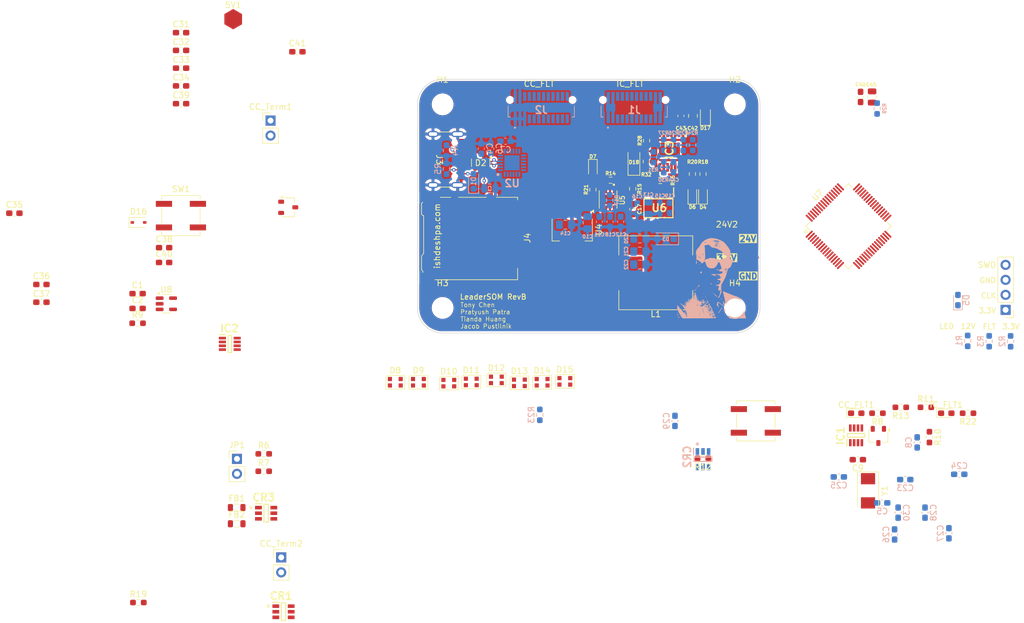
<source format=kicad_pcb>
(kicad_pcb (version 20241229) (generator "pcbnew") (generator_version "9.0")
  (layers (0 "F.Cu" signal) (4 "In1.Cu" signal) (6 "In2.Cu" signal) (2 "B.Cu" signal) (13 "F.Paste" user) (15 "B.Paste" user) (5 "F.SilkS" user "F.Silkscreen") (7 "B.SilkS" user "B.Silkscreen") (1 "F.Mask" user) (3 "B.Mask" user) (25 "Edge.Cuts" user))
  (net 0 "")
  (net 1 "Net-(CC_FLT1-A)")
  (net 2 "Net-(U6-SS)")
  (net 3 "Net-(U6-COMP)")
  (net 4 "Net-(C17-Pad2)")
  (net 5 "Net-(U6-BOOT)")
  (net 6 "Net-(D3-K)")
  (net 7 "/MCU/OSC_OUT")
  (net 8 "+5V")
  (net 10 "+24V")
  (net 11 "/24V_Ext")
  (net 12 "+3V3A")
  (net 13 "/MCU/OSC_IN")
  (net 14 "Net-(IC_FLT1-A)")
  (net 15 "/USB/D+")
  (net 16 "/USB/D-")
  (net 17 "GNDA")
  (net 18 "GND")
  (net 19 "VBUS")
  (net 20 "+3V3")
  (net 21 "/MCU/NRST")
  (net 22 "/USB/CC2")
  (net 23 "/USB/CC1")
  (net 24 "Net-(IC3-DVDT)")
  (net 25 "+5V_BUCK")
  (net 26 "Net-(CC_Term1-A)")
  (net 27 "/AddressableLED")
  (net 28 "/IMON")
  (net 29 "/USB/VBUS_IN")
  (net 30 "/Power_Distribution/FAULT")
  (net 31 "/Power_Distribution/STAT")
  (net 32 "/CarCAN/CARCAN_Fault")
  (net 33 "/InternalCAN/ICAN_Fault")
  (net 34 "/Power_Distribution/Power Protection/RTN")
  (net 35 "/MCU/IntCAN_L")
  (net 36 "Net-(CC_Term2-A)")
  (net 37 "/MCU/CarCAN_L")
  (net 38 "/MCU/SPI1_SCK")
  (net 39 "/MCU/SPI1_MISO")
  (net 40 "/Power_Distribution/ROSC")
  (net 41 "/Power_Distribution/ILIM")
  (net 42 "/MCU/SPI1_MOSI")
  (net 43 "/MCU/SPI1_NSS")
  (net 44 "/MCU/SPI3_MISO{slash}TIM3_CH1{slash}USART2_RX")
  (net 45 "/MCU/SPI3_MOSI{slash}TIM3_CH2{slash}TIM17_CH1")
  (net 46 "/MCU/SPI3_NSS{slash}TIM1_CH3{slash}COMP6_OUT")
  (net 47 "/MCU/SPI3_SCK{slash}TIM2_CH2{slash}USART2_TX")
  (net 48 "/MCU/SPI2_MISO{slash}ADC1_IN5{slash}TIM1_CH2N")
  (net 49 "/MCU/SPI2_MOSI{slash}ADC2_IN15{slash}TIM1_CH3N")
  (net 50 "/MCU/SPI2_SCK{slash}OPAMP3_VINP{slash}FDCAN2_TX")
  (net 51 "/MCU/SPI2_NSS{slash}TIM4_CH4{slash}COMP2_OUT")
  (net 52 "Net-(D4-A)")
  (net 53 "Net-(D5-A)")
  (net 54 "Net-(D6-A)")
  (net 55 "Net-(D7-A)")
  (net 56 "Net-(D8-DOUT)")
  (net 57 "Net-(D10-DIN)")
  (net 58 "Net-(D10-DOUT)")
  (net 59 "Net-(D11-DOUT)")
  (net 60 "Net-(D12-DOUT)")
  (net 61 "Net-(D13-DOUT)")
  (net 62 "Net-(D14-DOUT)")
  (net 64 "/MCU/BOOT")
  (net 65 "/MCU/FDCAN3_TX")
  (net 66 "/MCU/IntCAN_H")
  (net 67 "/MCU/FDCAN3_RX")
  (net 69 "/MCU/FDCAN1_TX")
  (net 70 "/MCU/CarCAN_H")
  (net 71 "/MCU/FDCAN1_RX")
  (net 72 "/Power_Distribution/Power Protection/MODE")
  (net 73 "Net-(IC3-ILIM)")
  (net 74 "/Power_Distribution/Power Protection/SHDN")
  (net 75 "/Power_Distribution/Power Protection/OVP")
  (net 78 "/Power_Distribution/Power Protection/IMON")
  (net 79 "/Power_Distribution/Power Protection/UVLO")
  (net 80 "/MCU/UART5_TX{slash}TIM5_CH2")
  (net 81 "/MCU/UART4_TX{slash}TIM8_CH1N")
  (net 82 "/MCU/UART4_RX{slash}TIM8_CH2N")
  (net 83 "/MCU/ADC1_IN6{slash}TIM1_CH1{slash}COMP3_INM")
  (net 84 "/MCU/UART5_RX")
  (net 85 "/MCU/I2C4_SCL{slash}TIM3_CH1")
  (net 86 "/MCU/I2C3_SCL{slash}TIM3_CH3")
  (net 87 "/MCU/I2C3_SDA{slash}TIM3_CH4")
  (net 88 "/MCU/I2C4_SDA{slash}TIM3_CH2")
  (net 89 "/MCU/ADC1_IN7{slash}TIM1_CH2{slash}COMP3_INP")
  (net 90 "/MCU/ADC1_IN12{slash}TIM1_CH3N{slash}COMP1_INP")
  (net 91 "/MCU/USART3_TX{slash}OPAMP3_VINM{slash}TIM2_CH3")
  (net 92 "/MCU/ADC1_IN15{slash}TIM1_CH2N{slash}COMP4_INP")
  (net 93 "/MCU/OPAMP5_VINM{slash}ADC1_IN4{slash}TIM2_CH4")
  (net 94 "/MCU/ADC1_IN1{slash}TIM2_CH1{slash}COMP1_OUT")
  (net 95 "/MCU/ADC1_IN2{slash}TIM2_CH2{slash}COMP1_INP")
  (net 96 "/MCU/ADC1_IN8{slash}TIM1_CH3{slash}COMP3_OUT")
  (net 97 "/MCU/USART3_RX{slash}ADC1_IN14{slash}TIM2_CH4")
  (net 98 "/MCU/ADC1_IN11{slash}COMP7_INM{slash}FDCAN2_RX")
  (net 99 "/MCU/ADC2_IN12{slash}TIM5_CH1{slash}COMP4_INM")
  (net 100 "/MCU/ADC1_IN3{slash}TIM2_CH3{slash}COMP2_INM")
  (net 101 "/MCU/SDC_DET")
  (net 102 "/MCU/USB_UART1_TX")
  (net 103 "/MCU/USB_UART1_RX")
  (net 104 "Net-(U2-VBUS)")
  (net 105 "Net-(U2-~{RST})")
  (net 106 "/MCU/BOOT_GPIO")
  (net 107 "Net-(R23-Pad1)")
  (net 108 "Net-(SW1-B)")
  (net 109 "/MCU/SWDIO")
  (net 110 "/MCU/SWCLK")
  (net 129 "/MCU/FDCAN2_TX")
  (net 130 "/MCU/FDCAN2_RX")
  (net 135 "Net-(J4-DAT0)")
  (footprint "UTSVT_ICs:CDSOT23-T24CAN" (layer "F.Cu") (at 213.05 138.45 -90)
    (property "Reference" "U3" (hide yes))
    (property "Value" "CDSOT23-T24CAN")
  )
  (footprint "LED_SMD:LED_WS2812B-2020_PLCC4_2.0x2.0mm" (layer "F.Cu") (at 159.95 129.2)
    (property "Reference" "D15")
    (property "Value" "WS2812B-2020")
  )
  (footprint "Resistor_SMD:R_0603_1608Metric_Pad0.98x0.95mm_HandSolder" (layer "F.Cu") (at 212.9 134.6 180)
    (property "Reference" "R8")
    (property "Value" "1k")
  )
  (footprint "Package_TO_SOT_SMD:SOT-223-3_TabPin2" (layer "F.Cu") (at 161.2 103.5 -90)
    (property "Reference" "U4")
    (property "Value" "LT1963AEST-3.3#TRPBF")
  )
  (footprint "Capacitor_SMD:C_0603_1608Metric_Pad1.08x0.95mm_HandSolder" (layer "F.Cu") (at 94.955 76.11)
    (property "Reference" "C33")
    (property "Value" "26p")
  )
  (footprint "UTSVT_ICs:D5V0P4UR6SO-7" (layer "F.Cu") (at 109.36 151.55)
    (property "Reference" "CR3")
    (property "Value" "D5V0P4UR6SO-7" (hide yes))
  )
  (footprint "Crystal:Crystal_SMD_Abracon_ABM3-2Pin_5.0x3.2mm" (layer "F.Cu") (at 211.3 147.75 -90)
    (property "Reference" "Y1")
    (property "Value" "8M")
  )
  (footprint "Capacitor_SMD:C_0603_1608Metric_Pad1.08x0.95mm_HandSolder" (layer "F.Cu") (at 94.955 73.1)
    (property "Reference" "C32")
    (property "Value" "100nF")
  )
  (footprint "LED_SMD:LED_0603_1608Metric_Pad1.05x0.95mm_HandSolder" (layer "F.Cu") (at 164.7 93.25 -90)
    (property "Reference" "D7")
    (property "Value" "BUCK")
  )
  (footprint "Resistor_SMD:R_0603_1608Metric_Pad0.98x0.95mm_HandSolder" (layer "F.Cu") (at 173.8 88.4 -90)
    (property "Reference" "R28")
    (property "Value" "10K")
  )
  (footprint "Resistor_SMD:R_0603_1608Metric_Pad0.98x0.95mm_HandSolder" (layer "F.Cu") (at 167.7 95.1)
    (property "Reference" "R14")
    (property "Value" "332")
  )
  (footprint "Capacitor_SMD:C_0603_1608Metric_Pad1.08x0.95mm_HandSolder" (layer "F.Cu") (at 209.575 142.475 180)
    (property "Reference" "C9")
    (property "Value" "1u")
  )
  (footprint "Package_TO_SOT_SMD:SOT-143" (layer "F.Cu") (at 145.7 92.15 -90)
    (property "Reference" "D2")
    (property "Value" "SP0503BAHT")
  )
  (footprint "UTSVT_Power:LM76202QPWPRQ1" (layer "F.Cu") (at 177.675 89.988 -90)
    (property "Reference" "IC3")
    (property "Value" "LM76202QPWPRQ1" (hide yes))
  )
  (footprint "Resistor_SMD:R_0603_1608Metric_Pad0.98x0.95mm_HandSolder" (layer "F.Cu") (at 216.85 133.6 180)
    (property "Reference" "R13")
    (property "Value" "49.9")
  )
  (footprint "MountingHole:MountingHole_3.2mm_M3" (layer "F.Cu") (at 188.75 116.75)
    (property "Reference" "H4")
    (property "Value" "M.3")
  )
  (footprint "Resistor_SMD:R_0603_1608Metric_Pad0.98x0.95mm_HandSolder" (layer "F.Cu") (at 176.1 95.15)
    (property "Reference" "R16")
    (property "Value" "ROSC")
  )
  (footprint "Resistor_SMD:R_0603_1608Metric_Pad0.98x0.95mm_HandSolder" (layer "F.Cu") (at 228.2375 134.6 180)
    (property "Reference" "R22")
    (property "Value" "10k")
  )
  (footprint "Capacitor_SMD:C_0603_1608Metric_Pad1.08x0.95mm_HandSolder" (layer "F.Cu") (at 66.71975 100.698059)
    (property "Reference" "C35")
    (property "Value" "100nF")
  )
  (footprint "Connector_PinHeader_2.54mm:PinHeader_1x02_P2.54mm_Vertical" (layer "F.Cu") (at 110.105 85)
    (property "Reference" "CC_Term1")
    (property "Value" "Jumper_2_Open")
  )
  (footprint "Resistor_SMD:R_0603_1608Metric_Pad0.98x0.95mm_HandSolder" (layer "F.Cu") (at 173.75 91.95 -90)
    (property "Reference" "R32")
    (property "Value" "100k")
  )
  (footprint "LED_SMD:LED_WS2812B-2020_PLCC4_2.0x2.0mm" (layer "F.Cu") (at 152.25 129.45)
    (property "Reference" "D13")
    (property "Value" "WS2812B-2020")
  )
  (footprint "UTSVT_ICs:TCAN337DCNR" (layer "F.Cu") (at 209.275 138.35 90)
    (property "Reference" "IC1")
    (property "Value" "TCAN337DCNR" (hide yes))
  )
  (footprint "Diode_SMD:D_SOD-323" (layer "F.Cu") (at 183.75 84.2 90)
    (property "Reference" "D17")
    (property "Value" "SD12_SOD323")
  )
  (footprint "Resistor_SMD:R_0603_1608Metric_Pad0.98x0.95mm_HandSolder" (layer "F.Cu") (at 221.1 133.6)
    (property "Reference" "R11")
    (property "Value" "2.2k")
  )
  (footprint "Capacitor_SMD:C_0603_1608Metric_Pad1.08x0.95mm_HandSolder" (layer "F.Cu") (at 92.07975 106.538059)
    (property "Reference" "C38")
    (property "Value" "100nF")
  )
  (footprint "Capacitor_SMD:C_0603_1608Metric_Pad1.08x0.95mm_HandSolder" (layer "F.Cu") (at 114.655 73.33)
    (property "Reference" "C41")
    (property "Value" "0.1u")
  )
  (footprint "LED_SMD:LED_WS2812B-2020_PLCC4_2.0x2.0mm" (layer "F.Cu") (at 131.235 129.35)
    (property "Reference" "D8")
    (property "Value" "WS2812B-2020")
  )
  (footprint "Capacitor_SMD:C_0603_1608Metric_Pad1.08x0.95mm_HandSolder" (layer "F.Cu") (at 87.58975 114.328059)
    (property "Reference" "C1")
    (property "Value" "100nF")
  )
  (footprint "SD_CARD:microSD_HC_Hirose_DM3AT-SF-PEJM5" (layer "F.Cu") (at 144.075 104.975 -90)
    (property "Reference" "J4")
    (property "Value" "Micro_SD_Card_Det")
  )
  (footprint "Capacitor_SMD:C_0805_2012Metric" (layer "F.Cu") (at 181.65 84.2 90)
    (property "Reference" "C42")
    (property "Value" "10u")
  )
  (footprint "LED_SMD:LED_WS2812B-2020_PLCC4_2.0x2.0mm" (layer "F.Cu") (at 144.1 129.3)
    (property "Reference" "D11")
    (property "Value" "WS2812B-2020")
  )
  (footprint "Resistor_SMD:R_0603_1608Metric_Pad0.98x0.95mm_HandSolder" (layer "F.Cu") (at 108.9507 144.437)
    (property "Reference" "R7")
    (property "Value" "47.5k")
  )
  (footprint "Resistor_SMD:R_0603_1608Metric_Pad0.98x0.95mm_HandSolder" (layer "F.Cu") (at 181.55 94.05 -90)
    (property "Reference" "R20")
    (property "Value" "4.3k")
  )
  (footprint "Resistor_SMD:R_0603_1608Metric_Pad0.98x0.95mm_HandSolder" (layer "F.Cu") (at 87.58975 119.348059)
    (property "Reference" "R9")
    (property "Value" "10k")
  )
  (footprint "UTSVT_Special:TestPoint_HEX_3mmID" (layer "F.Cu") (at 191.1 108.2 90)
    (property "Reference" "3.3V1" (hide yes))
    (property "Value" "TestPoint")
  )
  (footprint "Capacitor_SMD:C_0603_1608Metric_Pad1.08x0.95mm_HandSolder" (layer "F.Cu") (at 87.58975 116.838059)
    (property "Reference" "C2")
    (property "Value" "1u")
  )
  (footprint "Resistor_SMD:R_0603_1608Metric_Pad0.98x0.95mm_HandSolder" (layer "F.Cu") (at 108.9507 141.487)
    (property "Reference" "R6")
    (property "Value" "22.1k")
  )
  (footprint "Diode_SMD:D_SOD-323" (layer "F.Cu") (at 87.74475 102.258059)
    (property "Reference" "D16")
    (property "Value" "D_TVS")
  )
  (footprint "UTSVT_ICs:TCAN337DCNR" (layer "F.Cu") (at 103.205 122.845)
    (property "Reference" "IC2")
    (property "Value" "TCAN337DCNR" (hide yes))
  )
  (footprint "Package_QFP:LQFP-64_10x10mm_P0.5mm" (layer "F.Cu") (at 208 102.9 45)
    (property "Reference" "U7")
    (property "Value" "STM32G473RETx")
  )
  (footprint "UTSVT_ICs:D5V0P4UR6SO-7" (layer "F.Cu") (at 112.3 168.25)
    (property "Reference" "CR1")
    (property "Value" "D5V0P4UR6SO-7" (hide yes))
  )
  (footprint "Capacitor_SMD:C_0603_1608Metric_Pad1.08x0.95mm_HandSolder" (layer "F.Cu") (at 92.07975 109.048059)
    (property "Reference" "C40")
    (property "Value" "100nF")
  )
  (footprint "LED_SMD:LED_WS2812B-2020_PLCC4_2.0x2.0mm" (layer "F.Cu") (at 148.35 128.95)
    (property "Reference" "D12")
    (property "Value" "WS2812B-2020")
  )
  (footprint "LED_SMD:LED_0603_1608Metric_Pad1.05x0.95mm_HandSolder" (layer "F.Cu") (at 183.35 97.5 90)
    (property "Reference" "D4")
    (property "Value" "24V")
  )
  (footprint "Diode_SMD:D_SOD-123F" (layer "F.Cu") (at 171.65 92.05 90)
    (property "Reference" "D18")
    (property "Value" "TVS")
  )
  (footprint "UTSVT_Connectors:USB_C_Receptacle_GCT_USB4105-xx-A_16P_TopMnt_Horizontal" (layer "F.Cu") (at 138.7 91.6 -90)
    (property "Reference" "J3")
    (property "Value" "USB_C_Receptacle_USB2.0_16P")
  )
  (footprint "Resistor_SMD:R_0603_1608Metric_Pad0.98x0.95mm_HandSolder" (layer "F.Cu") (at 171.45 96.5625 90)
    (property "Reference" "R15")
    (property "Value" "16k")
  )
  (footprint "Capacitor_SMD:C_0603_1608Metric_Pad1.08x0.95mm_HandSolder" (layer "F.Cu") (at 210.0375 80.9875 90)
    (property "Reference" "C46")
    (property "Value" "1u")
  )
  (footprint "Capacitor_SMD:C_0603_1608Metric_Pad1.08x0.95mm_HandSolder" (layer "F.Cu") (at 179.6 84.2 90)
    (property "Reference" "C43")
    (property "Value" "1u")
  )
  (footprint "Resistor_SMD:R_0603_1608Metric_Pad0.98x0.95mm_HandSolder" (layer "F.Cu") (at 221.7 138.65 -90)
    (property "Reference" "R10")
    (property "Value" "120")
  )
  (footprint "Connector_PinHeader_2.54mm:PinHeader_1x04_P2.54mm_Vertical" (layer "F.Cu") (at 234.6 117.079999 180)
    (property "Reference" "SWD1" (hide yes))
    (property "Value" "SWD")
  )
  (footprint "Resistor_SMD:R_0603_1608Metric_Pad0.98x0.95mm_HandSolder" (layer "F.Cu") (at 183.35 94.05 -90)
    (property "Reference" "R18")
    (property "Value" "4.3k")
  )
  (footprint "LED_SMD:LED_0603_1608Metric_Pad1.05x0.95mm_HandSolder" (layer "F.Cu") (at 181.55 97.5 90)
    (property "Reference" "D6")
    (property "Value" "PFLT")
  )
  (footprint "UTSVT_Logos:LHRs_LOGO" (layer "F.Cu") (at 158.219845 118.94961)
    (property "Reference" "LOGO2" (hide yes))
    (property "Value" "LHRs" (hide yes))
  )
  (footprint "MountingHole:MountingHole_3.2mm_M3" (layer "F.Cu") (at 139.25 82.25)
    (property "Reference" "H1")
    (property "Value" "M.3")
  )
  (footprint "Capacitor_SMD:C_0603_1608Metric_Pad1.08x0.95mm_HandSolder" (layer "F.Cu") (at 94.955 82.13)
    (property "Reference" "C39")
    (property "Value" "100nF")
  )
  (footprint "Capacitor_SMD:C_0603_1608Metric_Pad1.08x0.95mm_HandSolder" (layer "F.Cu") (at 71.29975 115.788059)
    (property "Reference" "C37")
    (property "Value" "100nF")
  )
  (footprint "Package_TO_SOT_SMD:SOT-23-5" (layer "F.Cu") (at 92.45695 116.049559)
    (property "Reference" "U8")
    (property "Value" "74AHC1G32")
  )
  (footprint "MountingHole:MountingHole_3.2mm_M3" (layer "F.Cu") (at 188.75 82.25)
    (property "Reference" "H2")
    (property "Value" "M.3")
  )
  (footprint "Button_Switch_SMD:SW_SPST_B3SL-1002P" (layer "F.Cu") (at 192.3 135.9)
    (property "Reference" "Reset1" (hide yes))
    (property "Value" "Reset")
  )
  (footprint "LED_SMD:LED_0603_1608Metric_Pad1.05x0.95mm_HandSolder" (layer "F.Cu") (at 224.55 134.6)
    (property "Reference" "IC_FLT1")
    (property "Value" "LED")
  )
  (footprint "Resistor_SMD:R_0603_1608Metric_Pad0.98x0.95mm_HandSolder" (layer "F.Cu") (at 183.3375 142.25 180)
    (property "Reference" "R12")
    (property "Value" "10k")
  )
  (footprint "Capacitor_SMD:C_0603_1608Metric_Pad1.08x0.95mm_HandSolder" (layer "F.Cu") (at 171.45 100.0125 90)
    (property "Reference" "C17")
    (property "Value" "3.3nF")
  )
  (footprint "LED_SMD:LED_0603_1608Metric_Pad1.05x0.95mm_HandSolder" (layer "F.Cu") (at 209.3 134.6)
    (property "Reference" "CC_FLT1")
    (property "Value" "LED")
  )
  (footprint "MountingHole:MountingHole_3.2mm_M3" (layer "F.Cu") (at 139.25 116.75)
    (property "Reference" "H3")
    (property "Value" "M.3")
  )
  (footprint "Capacitor_SMD:C_0603_1608Metric_Pad1.08x0.95mm_HandSolder" (layer "F.Cu") (at 71.29975 112.778059)
    (property "Reference" "C36")
    (property "Value" "100nF")
  )
  (footprint "Inductor_SMD:L_Coilcraft_MSS1246-XXX" (layer "F.Cu") (at 175.35 110.8 180)
    (property "Reference" "L1")
    (property "Value" "100uH")
  )
  (footprint "UTSVT_Special:SW_SPST_B3SL-1002P" (layer "F.Cu") (at 94.92975 101.108059)
    (property "Reference" "SW1")
    (property "Value" "SW_SPDT" (hide yes))
  )
  (footprint "Connector_PinHeader_2.54mm:PinHeader_1x02_P2.54mm_Vertical" (layer "F.Cu") (at 104.4207 142.337)
    (property "Reference" "JP1")
    (property "Value" "CC_TX_RX")
  )
  (footprint "LED_SMD:LED_WS2812B-2020_PLCC4_2.0x2.0mm" (layer "F.Cu") (at 135.15 129.35)
    (property "Reference" "D9")
    (property "Value" "WS2812B-2020")
  )
  (footprint "Capacitor_SMD:C_0805_2012Metric" (layer "F.Cu") (at 211.9875 81 90)
    (property "Reference" "C45")
    (property "Value" "10u")
  )
  (footprint "TPS2115ABDR:SON65P300X300X100-9N" (layer "F.Cu") (at 167.275 98.365 -90)
    (property "Reference" "U5")
    (property "Value" "TPS2115ADRBR")
  )
  (footprint "Inductor_SMD:L_0805_2012Metric" (layer "F.Cu") (at 104.3707 153.337)
    (property "Reference" "FB2")
    (property "Value" "FerriteBead")
  )
  (footprint "LED_SMD:LED_WS2812B-2020_PLCC4_2.0x2.0mm" (layer "F.Cu") (at 140.3 129.5)
    (property "Reference" "D10")
    (property "Value" "WS2812B-2020")
  )
  (footprint "Resistor_SMD:R_0603_1608Metric_Pad0.98x0.95mm_HandSolder" (layer "F.Cu") (at 164.7 96.7 90)
    (property "Reference" "R21")
    (property "Value" "768")
  )
  (footprint "UTSVT_Special:TestPoint_HEX_3mmID" (layer "F.Cu") (at 187.55 111.4 90)
    (property "Reference" "GND1" (hide yes))
    (property "Value" "TestPoint")
  )
  (footprint "Connector_PinHeader_2.54mm:PinHeader_1x02_P2.54mm_Vertical" (layer "F.Cu") (at 111.9107 159.037)
    (property "Reference" "CC_Term2")
    (property "Value" "Jumper_2_Open")
  )
  (footprint "Resistor_SMD:R_0603_1608Metric_Pad0.98x0.95mm_HandSolder" (layer "F.Cu") (at 87.7207 166.687)
    (property "Reference" "R19")
    (property "Value" "120")
  )
  (footprint "UTSVT_Power:TPS5405DR" (layer "F.Cu") (at 175.8 99.85 -90)
    (property "Reference" "U6")
    (property "Value" "TPS5405DR" (hide yes))
  )
  (footprint "LED_SMD:LED_WS2812B-2020_PLCC4_2.0x2.0mm" (layer "F.Cu") (at 156.1 129.35)
    (property "Reference" "D14")
    (property "Value" "WS2812B-2020")
  )
  (footprint "Capacitor_SMD:C_0603_1608Metric_Pad1.08x0.95mm_HandSolder" (layer "F.Cu") (at 94.955 70.09)
    (property "Reference" "C31")
    (property "Value" "26p")
  )
  (footprint "UTSVT_Special:TestPoint_HEX_3mmID" (layer "F.Cu") (at 187.4 105)
    (property "Reference" "24V2")
    (property "Value" "TestPoint" (hide yes))
  )
  (footprint "Capacitor_SMD:C_0603_1608Metric_Pad1.08x0.95mm_HandSolder" (layer "F.Cu") (at 94.955 79.12)
    (property "Reference" "C34")
    (property "Value" "4.7uF")
  )
  (footprint "Inductor_SMD:L_0805_2012Metric" (layer "F.Cu") (at 104.3707 150.587)
    (property "Reference" "FB1")
    (property "Value" "FerriteBead")
  )
  (footprint "UTSVT_ICs:CDSOT23-T24CAN" (layer "F.Cu") (at 113.1 99.7)
    (property "Reference" "U1" (hide yes))
    (property "Value" "CDSOT23-T24CAN")
  )
  (footprint "UTSVT_Special:TestPoint_HEX_3mmID" (layer "F.Cu") (at 103.78 67.807051)
    (property "Reference" "5V1")
    (property "Value" "TestPoint")
  )
  (footprint "Capacitor_SMD:C_0603_1608Metric_Pad1.08x0.95mm_HandSolder" (layer "B.Cu") (at 177.7 99.8 -90)
    (property "Reference" "C19")
    (property "Value" "0.1uF")
  )
  (footprint "LED_SMD:LED_0603_1608Metric_Pad1.05x0.95mm_HandSolder" (layer "B.Cu") (at 226.5245 115.425 90)
    (property "Reference" "D5")
    (property "Value" "3V3")
  )
  (footprint "Resistor_SMD:R_0603_1608Metric_Pad0.98x0.95mm_HandSolder" (layer "B.Cu") (at 176.7 92.9 90)
    (property "Reference" "R30")
    (property "Value" "8K")
  )
  (footprint "Capacitor_SMD:C_0603_1608Metric_Pad1.08x0.95mm_HandSolder" (layer "B.Cu") (at 206.355 145.4)
    (property "Reference" "C25")
    (property "Value" "100nF")
  )
  (footprint "Capacitor_SMD:C_0603_1608Metric_Pad1.08x0.95mm_HandSolder" (layer "B.Cu") (at 172.2 99.9 -90)
    (property "Reference" "C16")
    (property "Value" "10nF")
  )
  (footprint "Capacitor_SMD:C_0805_2012Metric_Pad1.18x1.45mm_HandSolder" (layer "B.Cu") (at 172.65 105)
    (property "Reference" "C20")
    (property "Value" "10uF")
  )
  (footprint "Capacitor_SMD:C_0603_1608Metric_Pad1.08x0.95mm_HandSolder" (layer "B.Cu") (at 217.6 145.85)
    (property "Reference" "C23")
    (property "Value" "100nF")
  )
  (footprint "Resistor_SMD:R_0603_1608Metric_Pad0.98x0.95mm_HandSolder" (layer "B.Cu") (at 181.6 89.15 -90)
    (property "Reference" "R24")
    (property "Value" "45.3k")
  )
  (footprint "Capacitor_SMD:C_0603_1608Metric_Pad1.08x0.95mm_HandSolder" (layer "B.Cu") (at 219.625 139.55 -90)
    (property "Reference" "C8")
    (property "Value" "100nF")
  )
  (footprint "UTSVT_Logos:Hallock_Image_Tiny" (layer "B.Cu") (at 185.277069 111.544857 180)
    (property "Reference" "LOGO1" (hide yes))
    (property "Value" "Dr. Hallock" (hide yes))
  )
  (footprint "Capacitor_SMD:C_0603_1608Metric_Pad1.08x0.95mm_HandSolder" (layer "B.Cu") (at 216.4 151.45 90)
    (property "Reference" "C30")
    (property "Value" "100nF")
  )
  (footprint "UTSVT_Connectors:524652470" (layer "B.Cu") (at 171.7 82.8 180)
    (property "Reference" "J1")
    (property "Value" "52465-2470" (hide yes))
  )
  (footprint "Resistor_SMD:R_0603_1608Metric_Pad0.98x0.95mm_HandSolder" (layer "B.Cu") (at 231.815 122.4 -90)
    (property "Reference" "R3")
    (property "Value" "2.2k")
  )
  (footprint "Capacitor_SMD:C_0805_2012Metric" (layer "B.Cu") (at 147.25 96.5 180)
    (property "Reference" "C3")
    (property "Value" "10uF")
  )
  (footprint "Capacitor_SMD:C_0805_2012Metric_Pad1.18x1.45mm_HandSolder" (layer "B.Cu") (at 172.65 107.2)
    (property "Reference" "C21")
    (property "Value" "10uF")
  )
  (footprint "Resistor_SMD:R_0603_1608Metric_Pad0.98x0.95mm_HandSolder" (layer "B.Cu") (at 176.7 89.15 -90)
    (property "Reference" "R27")
    (property "Value" "402k")
  )
  (footprint "Capacitor_SMD:C_0603_1608Metric_Pad1.08x0.95mm_HandSolder" (layer "B.Cu") (at 147.4 89.75 90)
    (property "Reference" "C6")
    (property "Value" "0.1uF")
  )
  (footprint "Resistor_SMD:R_0603_1608Metric_Pad0.98x0.95mm_HandSolder" (layer "B.Cu") (at 139.9 93.175 -90)
    (property "Reference" "R5")
    (property "Value" "5.1k")
  )
  (footprint "Resistor_SMD:R_0603_1608Metric_Pad0.98x0.95mm_HandSolder" (layer "B.Cu") (at 155.7125 134.875 -90)
    (property "Reference" "R23")
    (property "Value" "10k")
  )
  (footprint "Resistor_SMD:R_0603_1608Metric_Pad0.98x0.95mm_HandSolder" (layer "B.Cu") (at 139.9 90.075 90)
    (property "Reference" "R4")
    (property "Value" "5.1k")
  )
  (footprint "Resistor_SMD:R_0603_1608Metric_Pad0.98x0.95mm_HandSolder" (layer "B.Cu") (at 178.35 89.15 -90)
    (property "Reference" "R26")
    (property "Value" "2.1k")
  )
  (footprint "Capacitor_SMD:C_0805_2012Metric_Pad1.18x1.45mm_HandSolder" (layer "B.Cu") (at 163.8 102.3 -90)
    (property "Reference" "C10")
    (property "Value" "10uF")
  )
  (footprint "UTSVT_Connectors:524652470" (layer "B.Cu") (at 155.95 82.8 180)
    (property "Reference" "J2")
    (property "Value" "52465-2470" (hide yes))
  )
  (footprint "Capacitor_SMD:C_0805_2012Metric_Pad1.18x1.45mm_HandSolder" (layer "B.Cu") (at 174.1 99.85 -90)
    (property "Reference" "C13")
    (property "Value" "10uF")
  )
  (footprint "Resistor_SMD:R_0603_1608Metric_Pad0.98x0.95mm_HandSolder" (layer "B.Cu") (at 180 89.15 -90)
    (property "Reference" "R25")
    (property "Value" "590")
  )
  (footprint "Resistor_SMD:R_0603_1608Metric_Pad0.98x0.95mm_HandSolder" (layer "B.Cu") (at 174.95 91.2 90)
    (property "Reference" "R31")
    (property "Value" "19k")
  )
  (footprint "Diode_SMD:D_SOD-323_HandSoldering" (layer "B.Cu") (at 144.5 95.3 90)
    (property "Reference" "D1")
    (property "Value" "D_Schottky")
  )
  (footprint "Capacitor_SMD:C_0603_1608Metric_Pad1.08x0.95mm_HandSolder" (layer "B.Cu") (at 220.95 151.45 90)
    (property "Reference" "C28")
    (property "Value" "100nF")
  )
  (footprint "Resistor_SMD:R_0603_1608Metric_Pad0.98x0.95mm_HandSolder" (layer "B.Cu") (at 167.55 98.5 90)
    (property "Reference" "R17")
    (property "Value" "10k")
  )
  (footprint "Resistor_SMD:R_0603_1608Metric_Pad0.98x0.95mm_HandSolder" (layer "B.Cu") (at 228.18 122.3375 -90)
    (property "Reference" "R1")
    (property "Value" "10k")
  )
  (footprint "Capacitor_SMD:C_0603_1608Metric_Pad1.08x0.95mm_HandSolder" (layer "B.Cu") (at 178.6 135.9 -90)
    (property "Reference" "C29")
    (property "Value" "100nF")
  )
  (footprint "Capacitor_SMD:C_0603_1608Metric_Pad1.08x0.95mm_HandSolder" (layer "B.Cu") (at 215.8 155.15 -90)
    (property "Reference" "C26")
    (property "Value" "100nF")
  )
  (footprint "Capacitor_SMD:C_0603_1608Metric_Pad1.08x0.95mm_HandSolder" (layer "B.Cu") (at 145.8 89.75 90)
    (property "Reference" "C4")
    (property "Value" "4.7uF")
  )
  (footprint "Capacitor_SMD:C_0603_1608Metric_Pad1.08x0.95mm_HandSolder" (layer "B.Cu") (at 167.6 102.15 -90)
    (property "Reference" "C18")
    (property "Value" "1uF")
  )
  (footprint "Capacitor_SMD:C_0603_1608Metric_Pad1.08x0.95mm_HandSolder" (layer "B.Cu") (at 149.9 88.5)
    (property "Reference" "C7")
    (property "Value" "0.1uF")
  )
  (footprint "Capacitor_SMD:C_0805_2012Metric_Pad1.18x1.45mm_HandSolder" (layer "B.Cu") (at 172.65 109.4)
    (property "Reference" "C22")
    (property "Value" "10uF")
  )
  (footprint "UTSVT_ICs:D5V0P4UR6SO-7" (layer "B.Cu") (at 183.35 142.4 -90)
    (property "Reference" "CR2")
    (property "Value" "D5V0P4UR6SO-7" (hide yes))
  )
  (footprint "Capacitor_SMD:C_0603_1608Metric_Pad1.08x0.95mm_HandSolder" (layer "B.Cu") (at 178.35 92.9 90)
    (property "Reference" "C44")
    (property "Value" "100nF")
  )
  (footprint "Capacitor_SMD:C_0603_1608Metric_Pad1.08x0.95mm_HandSolder" (layer "B.Cu") (at 225 154.95 -90)
    (property "Reference" "C27")
    (property "Value" "100nF")
  )
  (footprint "Capacitor_SMD:C_0603_1608Metric_Pad1.08x0.95mm_HandSolder" (layer "B.Cu") (at 226.75 144.95 180)
    (property "Reference" "C24")
    (property "Value" "100nF")
  )
  (footprint "Capacitor_SMD:C_0603_1608Metric_Pad1.08x0.95mm_HandSolder" (layer "B.Cu") (at 213.7 149.8)
    (property "Reference" "C5")
    (property "Value" "4.7uF")
  )
  (footprint "Capacitor_SMD:C_0603_1608Metric_Pad1.08x0.95mm_HandSolder" (layer "B.Cu") (at 169.4 102.15 -90)
    (property "Reference" "C12")
    (property "Value" "0.1uF")
  )
  (footprint "Resistor_SMD:R_0603_1608Metric_Pad0.98x0.95mm_HandSolder" (layer "B.Cu") (at 235.45 122.4125 -90)
    (property "Reference" "R2")
    (property "Value" "120")
  )
  (footprint "Capacitor_SMD:C_0805_2012Metric_Pad1.18x1.45mm_HandSolder" (layer "B.Cu") (at 160.05 102.65)
    (property "Reference" "C14")
    (property "Value" "10uF")
  )
  (footprint "Capacitor_SMD:C_0603_1608Metric_Pad1.08x0.95mm_HandSolder" (layer "B.Cu") (at 165.8 102.15 -90)
    (property "Reference" "C11")
    (property "Value" "0.1uF")
  )
  (footprint "Resistor_SMD:R_0603_1608Metric_Pad0.98x0.95mm_HandSolder" (layer "B.Cu") (at 212.8375 82.95 -90)
    (property "Reference" "R29")
    (property "Value" "10k")
  )
  (footprint "Capacitor_SMD:C_0603_1608Metric_Pad1.08x0.95mm_HandSolder" (layer "B.Cu") (at 176.05 99.8 -90)
    (property "Reference" "C15")
    (property "Value" "1uF")
  )
  (footprint "UTSVT_ICs:CP2102N-A02-GQFN24" (layer "B.Cu") (at 151 92.15)
    (property "Reference" "U2")
    (property "Value" "CP2102N-Axx-xQFN24" (hide yes))
  )
  (footprint "Diode_SMD:D_SOD-123F" (layer "B.Cu") (at 177 105.05 180)
    (property "Reference" "D3")
    (property "Value" "MBR230S1F")
  )
  (gr_arc (start 188.75 78) (mid 191.755204 79.244796) (end 193 82.25) (stroke (width 0.1)) (layer "Edge.Cuts"))
  (gr_line (start 139.25 78) (end 188.75 78) (stroke (width 0.1)) (layer "Edge.Cuts"))
  (gr_arc (start 135 82.25) (mid 136.244796 79.244796) (end 139.25 78) (stroke (width 0.1)) (layer "Edge.Cuts"))
  (gr_arc (start 193 116.75) (mid 191.755204 119.755204) (end 188.75 121) (stroke (width 0.1)) (layer "Edge.Cuts"))
  (gr_line (start 193 116.75) (end 193 82.25) (stroke (width 0.1)) (layer "Edge.Cuts"))
  (gr_line (start 135 82.25) (end 135 116.75) (stroke (width 0.1)) (layer "Edge.Cuts"))
  (gr_line (start 139.25 121) (end 188.75 121) (stroke (width 0.1)) (layer "Edge.Cuts"))
  (gr_arc (start 139.25 121) (mid 136.244796 119.755204) (end 135 116.75) (stroke (width 0.1)) (layer "Edge.Cuts"))
  (gr_text "FLT" (at 230.65 120.45 0) (layer "F.SilkS") (effects (font (size 0.9 0.9) (thickness 0.15) (bold yes)) (justify left bottom)))
  (gr_text "24V" (at 189.4 105.65 0) (layer "F.SilkS" knockout) (effects (font (size 1 1) (thickness 0.25) (bold yes)) (justify left bottom)))
  (gr_text "SWD" (at 229.8 110.05 0) (layer "F.SilkS") (effects (font (size 1 1)) (justify left bottom)))
  (gr_text "12V" (at 226.9 120.4 0) (layer "F.SilkS") (effects (font (size 0.9 0.9) (thickness 0.15) (bold yes)) (justify left bottom)))
  (gr_text "3.3V" (at 233.95 120.45 0) (layer "F.SilkS") (effects (font (size 0.9 0.9) (thickness 0.15) (bold yes)) (justify left bottom)))
  (gr_text "3.3V" (at 185.6 108.875 0) (layer "F.SilkS" knockout) (effects (font (size 1 1) (thickness 0.25) (bold yes)) (justify left bottom)))
  (gr_text "ishdeshpa.com" (at 138.9 110.2 90) (layer "F.SilkS") (effects (font (size 1 1)) (justify left bottom)))
  (gr_text "GND" (at 189.325 111.975 0) (layer "F.SilkS" knockout) (effects (font (size 1 1) (thickness 0.25) (bold yes)) (justify left bottom)))
  (gr_text "LED" (at 223.3 120.4 0) (layer "F.SilkS") (effects (font (size 0.9 0.9) (thickness 0.15) (bold yes)) (justify left bottom)))
  (gr_text "3.3V" (at 229.95 117.75 0) (layer "F.SilkS") (effects (font (size 0.9 0.9) (thickness 0.15) (bold yes)) (justify left bottom)))
  (gr_text "Tony Chen\nPratyush Patra\nTianda Huang\nJacob Pustilnik" (at 142.2 120.3 0) (layer "F.SilkS") (effects (font (size 0.75 0.75) (thickness 0.1)) (justify left bottom)))
  (gr_text "CC_FLT" (at 152.9 79.35 0) (layer "F.SilkS") (effects (font (size 1 1)) (justify left bottom)))
  (gr_text "CLK" (at 230.35 115.2 0) (layer "F.SilkS") (effects (font (size 0.9 0.9) (thickness 0.15) (bold yes)) (justify left bottom)))
  (gr_text "IC_FLT" (at 168.575 79.35 0) (layer "F.SilkS") (effects (font (size 1 1)) (justify left bottom)))
  (gr_text "GND" (at 230.1 112.6 0) (layer "F.SilkS") (effects (font (size 0.9 0.9) (thickness 0.15) (bold yes)) (justify left bottom)))
  (gr_text "LeaderSOM RevB" (at 142.1 115.4 0) (layer "F.SilkS") (effects (font (size 0.9 0.9) (thickness 0.15) (bold yes)) (justify left bottom)))
  (segment (start 143.267501 92.325) (end 143.875 92.325) (width 0.2) (layer "F.Cu") (net 15))
  (segment (start 145.524999 92.375001) (end 144.75 93.15) (width 0.2) (layer "F.Cu") (net 15))
  (segment (start 143.875 92.325) (end 144.7 93.15) (width 0.2) (layer "F.Cu") (net 15))
  (segment (start 142.38 91.35) (end 141.7 91.35) (width 0.2) (layer "F.Cu") (net 15))
  (segment (start 142.38 92.35) (end 143.242501 92.35) (width 0.2) (layer "F.Cu") (net 15))
  (segment (start 147.675 92.375) (end 145.55 92.375) (width 0.2) (layer "F.Cu") (net 15))
  (segment (start 141.45 91.6) (end 141.45 92.1) (width 0.2) (layer "F.Cu") (net 15))
  (segment (start 143.242501 92.35) (end 143.267501 92.325) (width 0.2) (layer "F.Cu") (net 15))
  (segment (start 141.7 91.35) (end 141.45 91.6) (width 0.2) (layer "F.Cu") (net 15))
  (segment (start 141.7 92.35) (end 142.38 92.35) (width 0.2) (layer "F.Cu") (net 15))
  (segment (start 144.7 93.15) (end 144.75 93.15) (width 0.2) (layer "F.Cu") (net 15))
  (segment (start 145.549999 92.375001) (end 145.524999 92.375001) (width 0.2) (layer "F.Cu") (net 15))
  (segment (start 145.55 92.375) (end 145.549999 92.375001) (width 0.2) (layer "F.Cu") (net 15))
  (segment (start 141.45 92.1) (end 141.7 92.35) (width 0.2) (layer "F.Cu") (net 15))
  (segment (start 147.95 92.65) (end 147.675 92.375) (width 0.2) (layer "F.Cu") (net 15))
  (via (at 147.95 92.65) (size 0.6) (drill 0.3) (layers "F.Cu" "B.Cu") (net 15))
  (segment (start 148.2 92.4) (end 147.95 92.65) (width 0.2) (layer "B.Cu") (net 15))
  (segment (start 149.05 92.4) (end 148.2 92.4) (width 0.2) (layer "B.Cu") (net 15))
  (segment (start 143.3 91.1) (end 143.3 91.6) (width 0.2) (layer "F.Cu") (net 16))
  (segment (start 143.242501 91.85) (end 143.267501 91.875) (width 0.2) (layer "F.Cu") (net 16))
  (segment (start 142.38 90.85) (end 143.05 90.85) (width 0.2) (layer "F.Cu") (net 16))
  (segment (start 145.549999 91.924999) (end 145.524999 91.924999) (width 0.2) (layer "F.Cu") (net 16))
  (segment (start 143.3 91.6) (end 143.05 91.85) (width 0.2) (layer "F.Cu") (net 16))
  (segment (start 147.95 91.65) (end 147.675 91.925) (width 0.2) (layer "F.Cu") (net 16))
  (segment (start 145.55 91.925) (end 145.549999 91.924999) (width 0.2) (layer "F.Cu") (net 16))
  (segment (start 145.524999 91.924999) (end 144.75 91.15) (width 0.2) (layer "F.Cu") (net 16))
  (segment (start 142.38 91.85) (end 143.242501 91.85) (width 0.2) (layer "F.Cu") (net 16))
  (segment (start 143.05 91.85) (end 142.38 91.85) (width 0.2) (layer "F.Cu") (net 16))
  (segment (start 143.05 90.85) (end 143.3 91.1) (width 0.2) (layer "F.Cu") (net 16))
  (segment (start 143.975 91.875) (end 144.7 91.15) (width 0.2) (layer "F.Cu") (net 16))
  (segment (start 147.675 91.925) (end 145.55 91.925) (width 0.2) (layer "F.Cu") (net 16))
  (segment (start 144.7 91.15) (end 144.75 91.15) (width 0.2) (layer "F.Cu") (net 16))
  (segment (start 143.267501 91.875) (end 143.975 91.875) (width 0.2) (layer "F.Cu") (net 16))
  (via (at 147.95 91.65) (size 0.6) (drill 0.3) (layers "F.Cu" "B.Cu") (net 16))
  (segment (start 149.05 91.9) (end 148.2 91.9) (width 0.2) (layer "B.Cu") (net 16))
  (segment (start 148.2 91.9) (end 147.95 91.65) (width 0.2) (layer "B.Cu") (net 16))
  (segment (start 146.3 93.5) (end 146.65 93.15) (width 0.2) (layer "F.Cu") (net 19))
  (segment (start 146.3 95.2) (end 146.3 93.5) (width 0.2) (layer "F.Cu") (net 19))
  (via (at 146.3 95.2) (size 0.6) (drill 0.3) (layers "F.Cu" "B.Cu") (net 19))
  (segment (start 144.5 96.55) (end 146.25 96.55) (width 0.2) (layer "B.Cu") (net 19))
  (segment (start 146.3 96.5) (end 146.3 95.2) (width 0.2) (layer "B.Cu") (net 19))
  (segment (start 146.25 96.55) (end 146.3 96.5) (width 0.2) (layer "B.Cu") (net 19))
  (segment (start 141.15 93.35) (end 142.38 93.35) (width 0.2) (layer "F.Cu") (net 22))
  (via (at 141.15 93.35) (size 0.6) (drill 0.3) (layers "F.Cu" "B.Cu") (net 22))
  (segment (start 140.45 93.35) (end 139.9 93.9) (width 0.2) (layer "B.Cu") (net 22))
  (segment (start 141.15 93.35) (end 140.45 93.35) (width 0.2) (layer "B.Cu") (net 22))
  (segment (start 139.9 93.9) (end 139.9 94) (width 0.2) (layer "B.Cu") (net 22))
  (segment (start 141.3 90.35) (end 140.9 89.95) (width 0.2) (layer "F.Cu") (net 23))
  (segment (start 142.38 90.35) (end 141.3 90.35) (width 0.2) (layer "F.Cu") (net 23))
  (via (at 140.9 89.95) (size 0.6) (drill 0.3) (layers "F.Cu" "B.Cu") (net 23))
  (segment (start 140.9 89.95) (end 140.2 89.25) (width 0.2) (layer "B.Cu") (net 23))
  (segment (start 140.2 89.25) (end 139.9 89.25) (width 0.2) (layer "B.Cu") (net 23))
  (segment (start 142.38 94) (end 143.5 94) (width 0.2) (layer "F.Cu") (net 29))
  (via (at 143.5 94) (size 0.6) (drill 0.3) (layers "F.Cu" "B.Cu") (net 29))
  (segment (start 143.55 94.05) (end 144.5 94.05) (width 0.2) (layer "B.Cu") (net 29))
  (segment (start 143.5 94) (end 143.55 94.05) (width 0.2) (layer "B.Cu") (net 29))
  (zone (net 18) (net_name "GND") (layer "F.Cu") (priority 7) (connect_pads (clearance 0.3)) (min_thickness 0.25) (fill yes (thermal_gap 0.5) (thermal_bridge_width 0.5))
    (polygon (pts (xy 135.45 87.7) (xy 141.1 87.7) (xy 141.1 96.45) (xy 135.5 96.5)))
  )
  (zone (net 18) (net_name "GND") (layers "F.Cu" "In2.Cu") (priority 1) (connect_pads (clearance 0.3)) (min_thickness 0.25) (fill yes (thermal_gap 0.5) (thermal_bridge_width 0.5))
    (polygon (pts (xy 125.365489 66.69285) (xy 199.765489 66.89285) (xy 200.165489 131.59285) (xy 124.765489 131.49285)))
  )
  (zone (net 11) (net_name "/24V_Ext") (layer "B.Cu") (priority 3) (connect_pads (clearance 0.3)) (min_thickness 0.25) (fill yes (thermal_gap 0.5) (thermal_bridge_width 0.5))
    (polygon (pts (xy 174.9 80) (xy 176.5 80) (xy 176.5 85.6) (xy 174.9 85.6)))
  )
  (zone (net 20) (net_name "+3V3") (layer "B.Cu") (priority 3) (connect_pads (clearance 0.3)) (min_thickness 0.25) (fill yes (thermal_gap 0.5) (thermal_bridge_width 0.5))
    (polygon (pts (xy 166.9 80) (xy 168.5 80) (xy 168.5 85.6) (xy 166.9 85.6)))
  )
  (zone (net 18) (net_name "GND") (layers "B.Cu" "In1.Cu") (connect_pads (clearance 0.3)) (min_thickness 0.25) (fill yes (thermal_gap 0.5) (thermal_bridge_width 0.5))
    (polygon (pts (xy 125.365489 66.69285) (xy 199.965489 66.99285) (xy 200.065489 131.89285) (xy 124.465489 131.39285)))
  )
)
</source>
